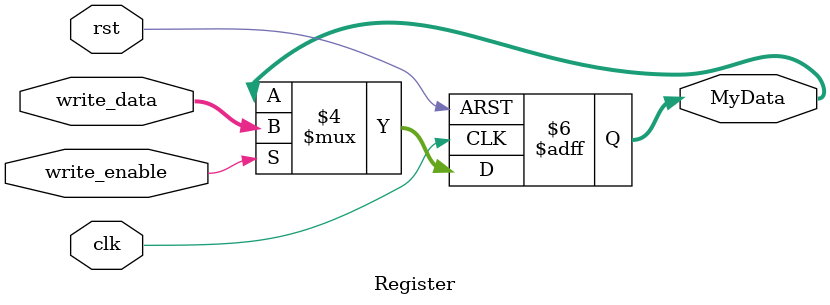
<source format=v>
module Register(write_data,write_enable,clk,rst,MyData);
input [64:0] write_data;
input write_enable;
input rst;
input clk;
output [64:0] MyData;
reg [64:0] MyData;
always @(posedge clk or posedge rst )
if(rst==1)
	MyData=0;
else if(write_enable)
	MyData=write_data;
endmodule

</source>
